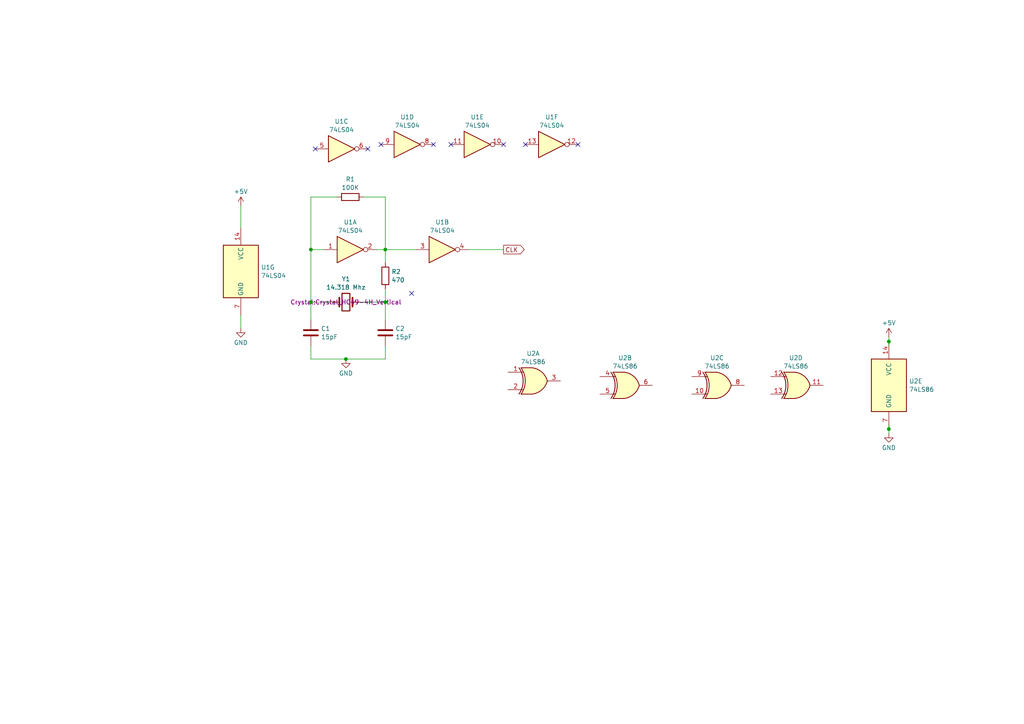
<source format=kicad_sch>
(kicad_sch (version 20230121) (generator eeschema)
  (paper "A4")
  (lib_symbols
    (symbol "74xx:74LS04"
      (property "Reference" "U" (at 0 1.27 0))
      (property "Value" "74LS04" (at 0 -1.27 0))
      (symbol "74LS04_1_0"
        (polyline (pts (xy -3.81 3.81) (xy -3.81 -3.81) (xy 3.81 0) (xy -3.81 3.81)) (stroke (width 0.254)) (fill (type background)))
        (pin input line (at -7.62 0 0) (length 3.81) (name "~") (number "1"))
        (pin output inverted (at 7.62 0 180) (length 3.81) (name "~") (number "2"))
      )
      (symbol "74LS04_2_0"
        (polyline (pts (xy -3.81 3.81) (xy -3.81 -3.81) (xy 3.81 0) (xy -3.81 3.81)) (stroke (width 0.254)) (fill (type background)))
        (pin input line (at -7.62 0 0) (length 3.81) (name "~") (number "3"))
        (pin output inverted (at 7.62 0 180) (length 3.81) (name "~") (number "4"))
      )
      (symbol "74LS04_3_0"
        (polyline (pts (xy -3.81 3.81) (xy -3.81 -3.81) (xy 3.81 0) (xy -3.81 3.81)) (stroke (width 0.254)) (fill (type background)))
        (pin input line (at -7.62 0 0) (length 3.81) (name "~") (number "5"))
        (pin output inverted (at 7.62 0 180) (length 3.81) (name "~") (number "6"))
      )
      (symbol "74LS04_4_0"
        (polyline (pts (xy -3.81 3.81) (xy -3.81 -3.81) (xy 3.81 0) (xy -3.81 3.81)) (stroke (width 0.254)) (fill (type background)))
        (pin output inverted (at 7.62 0 180) (length 3.81) (name "~") (number "8"))
        (pin input line (at -7.62 0 0) (length 3.81) (name "~") (number "9"))
      )
      (symbol "74LS04_5_0"
        (polyline (pts (xy -3.81 3.81) (xy -3.81 -3.81) (xy 3.81 0) (xy -3.81 3.81)) (stroke (width 0.254)) (fill (type background)))
        (pin output inverted (at 7.62 0 180) (length 3.81) (name "~") (number "10"))
        (pin input line (at -7.62 0 0) (length 3.81) (name "~") (number "11"))
      )
      (symbol "74LS04_6_0"
        (polyline (pts (xy -3.81 3.81) (xy -3.81 -3.81) (xy 3.81 0) (xy -3.81 3.81)) (stroke (width 0.254)) (fill (type background)))
        (pin output inverted (at 7.62 0 180) (length 3.81) (name "~") (number "12"))
        (pin input line (at -7.62 0 0) (length 3.81) (name "~") (number "13"))
      )
      (symbol "74LS04_7_0"
        (pin power_in line (at 0 12.7 270) (length 5.08) (name "VCC") (number "14"))
        (pin power_in line (at 0 -12.7 90) (length 5.08) (name "GND") (number "7"))
      )
      (symbol "74LS04_7_1"
        (rectangle (start -5.08 7.62) (end 5.08 -7.62) (stroke (width 0.254)) (fill (type background)))
      )
    )
    (symbol "74xx:74LS86" (pin_names (offset 1.016))
      (property "Reference" "U" (at 0 1.27 0))
      (property "Value" "74LS86" (at 0 -1.27 0))
      (symbol "74LS86_1_0"
        (arc (start -4.4196 -3.81) (mid -3.2033 0) (end -4.4196 3.81) (stroke (width 0.254)))
        (arc (start -3.81 -3.81) (mid -2.589 0) (end -3.81 3.81) (stroke (width 0.254)))
        (arc (start -0.6096 -3.81) (mid 2.1842 -2.5851) (end 3.81 0) (stroke (width 0.254)) (fill (type background)))
        (polyline (pts (xy -3.81 -3.81) (xy -0.635 -3.81)) (stroke (width 0.254)) (fill (type background)))
        (polyline (pts (xy -3.81 3.81) (xy -0.635 3.81)) (stroke (width 0.254)) (fill (type background)))
        (polyline (pts (xy -0.635 3.81) (xy -3.81 3.81) (xy -3.81 3.81) (xy -3.556 3.4036) (xy -3.0226 2.2606) (xy -2.6924 1.0414) (xy -2.6162 -0.254) (xy -2.7686 -1.4986) (xy -3.175 -2.7178) (xy -3.81 -3.81) (xy -3.81 -3.81) (xy -0.635 -3.81)) (stroke (width -25.4)) (fill (type background)))
        (arc (start 3.81 0) (mid 2.1915 2.5936) (end -0.6096 3.81) (stroke (width 0.254)) (fill (type background)))
        (pin input line (at -7.62 2.54 0) (length 4.445) (name "~") (number "1"))
        (pin input line (at -7.62 -2.54 0) (length 4.445) (name "~") (number "2"))
        (pin output line (at 7.62 0 180) (length 3.81) (name "~") (number "3"))
      )
      (symbol "74LS86_1_1"
        (polyline (pts (xy -3.81 -2.54) (xy -3.175 -2.54)) (stroke (width 0.1524)))
        (polyline (pts (xy -3.81 2.54) (xy -3.175 2.54)) (stroke (width 0.1524)))
      )
      (symbol "74LS86_2_0"
        (arc (start -4.4196 -3.81) (mid -3.2033 0) (end -4.4196 3.81) (stroke (width 0.254)))
        (arc (start -3.81 -3.81) (mid -2.589 0) (end -3.81 3.81) (stroke (width 0.254)))
        (arc (start -0.6096 -3.81) (mid 2.1842 -2.5851) (end 3.81 0) (stroke (width 0.254)) (fill (type background)))
        (polyline (pts (xy -3.81 -3.81) (xy -0.635 -3.81)) (stroke (width 0.254)) (fill (type background)))
        (polyline (pts (xy -3.81 3.81) (xy -0.635 3.81)) (stroke (width 0.254)) (fill (type background)))
        (polyline (pts (xy -0.635 3.81) (xy -3.81 3.81) (xy -3.81 3.81) (xy -3.556 3.4036) (xy -3.0226 2.2606) (xy -2.6924 1.0414) (xy -2.6162 -0.254) (xy -2.7686 -1.4986) (xy -3.175 -2.7178) (xy -3.81 -3.81) (xy -3.81 -3.81) (xy -0.635 -3.81)) (stroke (width -25.4)) (fill (type background)))
        (arc (start 3.81 0) (mid 2.1915 2.5936) (end -0.6096 3.81) (stroke (width 0.254)) (fill (type background)))
        (pin input line (at -7.62 2.54 0) (length 4.445) (name "~") (number "4"))
        (pin input line (at -7.62 -2.54 0) (length 4.445) (name "~") (number "5"))
        (pin output line (at 7.62 0 180) (length 3.81) (name "~") (number "6"))
      )
      (symbol "74LS86_2_1"
        (polyline (pts (xy -3.81 -2.54) (xy -3.175 -2.54)) (stroke (width 0.1524)))
        (polyline (pts (xy -3.81 2.54) (xy -3.175 2.54)) (stroke (width 0.1524)))
      )
      (symbol "74LS86_3_0"
        (arc (start -4.4196 -3.81) (mid -3.2033 0) (end -4.4196 3.81) (stroke (width 0.254)))
        (arc (start -3.81 -3.81) (mid -2.589 0) (end -3.81 3.81) (stroke (width 0.254)))
        (arc (start -0.6096 -3.81) (mid 2.1842 -2.5851) (end 3.81 0) (stroke (width 0.254)) (fill (type background)))
        (polyline (pts (xy -3.81 -3.81) (xy -0.635 -3.81)) (stroke (width 0.254)) (fill (type background)))
        (polyline (pts (xy -3.81 3.81) (xy -0.635 3.81)) (stroke (width 0.254)) (fill (type background)))
        (polyline (pts (xy -0.635 3.81) (xy -3.81 3.81) (xy -3.81 3.81) (xy -3.556 3.4036) (xy -3.0226 2.2606) (xy -2.6924 1.0414) (xy -2.6162 -0.254) (xy -2.7686 -1.4986) (xy -3.175 -2.7178) (xy -3.81 -3.81) (xy -3.81 -3.81) (xy -0.635 -3.81)) (stroke (width -25.4)) (fill (type background)))
        (arc (start 3.81 0) (mid 2.1915 2.5936) (end -0.6096 3.81) (stroke (width 0.254)) (fill (type background)))
        (pin input line (at -7.62 -2.54 0) (length 4.445) (name "~") (number "10"))
        (pin output line (at 7.62 0 180) (length 3.81) (name "~") (number "8"))
        (pin input line (at -7.62 2.54 0) (length 4.445) (name "~") (number "9"))
      )
      (symbol "74LS86_3_1"
        (polyline (pts (xy -3.81 -2.54) (xy -3.175 -2.54)) (stroke (width 0.1524)))
        (polyline (pts (xy -3.81 2.54) (xy -3.175 2.54)) (stroke (width 0.1524)))
      )
      (symbol "74LS86_4_0"
        (arc (start -4.4196 -3.81) (mid -3.2033 0) (end -4.4196 3.81) (stroke (width 0.254)))
        (arc (start -3.81 -3.81) (mid -2.589 0) (end -3.81 3.81) (stroke (width 0.254)))
        (arc (start -0.6096 -3.81) (mid 2.1842 -2.5851) (end 3.81 0) (stroke (width 0.254)) (fill (type background)))
        (polyline (pts (xy -3.81 -3.81) (xy -0.635 -3.81)) (stroke (width 0.254)) (fill (type background)))
        (polyline (pts (xy -3.81 3.81) (xy -0.635 3.81)) (stroke (width 0.254)) (fill (type background)))
        (polyline (pts (xy -0.635 3.81) (xy -3.81 3.81) (xy -3.81 3.81) (xy -3.556 3.4036) (xy -3.0226 2.2606) (xy -2.6924 1.0414) (xy -2.6162 -0.254) (xy -2.7686 -1.4986) (xy -3.175 -2.7178) (xy -3.81 -3.81) (xy -3.81 -3.81) (xy -0.635 -3.81)) (stroke (width -25.4)) (fill (type background)))
        (arc (start 3.81 0) (mid 2.1915 2.5936) (end -0.6096 3.81) (stroke (width 0.254)) (fill (type background)))
        (pin output line (at 7.62 0 180) (length 3.81) (name "~") (number "11"))
        (pin input line (at -7.62 2.54 0) (length 4.445) (name "~") (number "12"))
        (pin input line (at -7.62 -2.54 0) (length 4.445) (name "~") (number "13"))
      )
      (symbol "74LS86_4_1"
        (polyline (pts (xy -3.81 -2.54) (xy -3.175 -2.54)) (stroke (width 0.1524)))
        (polyline (pts (xy -3.81 2.54) (xy -3.175 2.54)) (stroke (width 0.1524)))
      )
      (symbol "74LS86_5_0"
        (pin power_in line (at 0 12.7 270) (length 5.08) (name "VCC") (number "14"))
        (pin power_in line (at 0 -12.7 90) (length 5.08) (name "GND") (number "7"))
      )
      (symbol "74LS86_5_1"
        (rectangle (start -5.08 7.62) (end 5.08 -7.62) (stroke (width 0.254)) (fill (type background)))
      )
    )
    (symbol "Device:C" (pin_numbers hide) (pin_names (offset 0.254))
      (property "Reference" "C" (at 0.635 2.54 0))
      (property "Value" "C" (at 0.635 -2.54 0))
      (symbol "C_0_1"
        (polyline (pts (xy -2.032 -0.762) (xy 2.032 -0.762)) (stroke (width 0.508)))
        (polyline (pts (xy -2.032 0.762) (xy 2.032 0.762)) (stroke (width 0.508)))
      )
      (symbol "C_1_1"
        (pin passive line (at 0 3.81 270) (length 2.794) (name "~") (number "1"))
        (pin passive line (at 0 -3.81 90) (length 2.794) (name "~") (number "2"))
      )
    )
    (symbol "Device:Crystal" (pin_numbers hide) (pin_names (offset 1.016) hide)
      (property "Reference" "Y" (at 0 3.81 0))
      (property "Value" "Crystal" (at 0 -3.81 0))
      (symbol "Crystal_0_1"
        (rectangle (start -1.143 2.54) (end 1.143 -2.54) (stroke (width 0.3048)))
        (polyline (pts (xy -2.54 0) (xy -1.905 0)))
        (polyline (pts (xy -1.905 -1.27) (xy -1.905 1.27)) (stroke (width 0.508)))
        (polyline (pts (xy 1.905 -1.27) (xy 1.905 1.27)) (stroke (width 0.508)))
        (polyline (pts (xy 2.54 0) (xy 1.905 0)))
      )
      (symbol "Crystal_1_1"
        (pin passive line (at -3.81 0 0) (length 1.27) (name "1") (number "1"))
        (pin passive line (at 3.81 0 180) (length 1.27) (name "2") (number "2"))
      )
    )
    (symbol "Device:R" (pin_numbers hide) (pin_names (offset 0))
      (property "Reference" "R" (at 2.032 0 90))
      (property "Value" "R" (at 0 0 90))
      (symbol "R_0_1"
        (rectangle (start -1.016 -2.54) (end 1.016 2.54) (stroke (width 0.254)))
      )
      (symbol "R_1_1"
        (pin passive line (at 0 3.81 270) (length 1.27) (name "~") (number "1"))
        (pin passive line (at 0 -3.81 90) (length 1.27) (name "~") (number "2"))
      )
    )
    (symbol "power:+5V" (power) (pin_names (offset 0))
      (property "Value" "+5V" (at 0 3.556 0))
      (symbol "+5V_0_1"
        (polyline (pts (xy -0.762 1.27) (xy 0 2.54)))
        (polyline (pts (xy 0 0) (xy 0 2.54)))
        (polyline (pts (xy 0 2.54) (xy 0.762 1.27)))
      )
      (symbol "+5V_1_1"
        (pin power_in line (at 0 0 90) (length 0) hide (name "+5V") (number "1"))
      )
    )
    (symbol "power:GND" (power) (pin_names (offset 0))
      (property "Value" "GND" (at 0 -3.81 0))
      (symbol "GND_0_1"
        (polyline (pts (xy 0 0) (xy 0 -1.27) (xy 1.27 -1.27) (xy 0 -2.54) (xy -1.27 -1.27) (xy 0 -1.27)))
      )
      (symbol "GND_1_1"
        (pin power_in line (at 0 0 270) (length 0) hide (name "GND") (number "1"))
      )
    )
  )
  (junction (at 100.33 104.14))
  (junction (at 257.81 124.46))
  (junction (at 111.76 87.63))
  (junction (at 90.17 87.63))
  (junction (at 257.81 99.06))
  (junction (at 111.76 72.39))
  (junction (at 90.17 72.39))
  (no_connect (at 167.64 41.91))
  (no_connect (at 152.4 41.91))
  (no_connect (at 119.38 85.09))
  (no_connect (at 125.73 41.91))
  (no_connect (at 130.81 41.91))
  (no_connect (at 91.44 43.18))
  (no_connect (at 146.05 41.91))
  (no_connect (at 106.68 43.18))
  (no_connect (at 110.49 41.91))
  (wire (pts (xy 90.17 72.39) (xy 90.17 57.15)))
  (wire (pts (xy 111.76 57.15) (xy 111.76 72.39)))
  (wire (pts (xy 257.81 97.79) (xy 257.81 99.06)))
  (wire (pts (xy 111.76 72.39) (xy 111.76 76.2)))
  (wire (pts (xy 111.76 87.63) (xy 111.76 92.71)))
  (wire (pts (xy 90.17 72.39) (xy 90.17 87.63)))
  (wire (pts (xy 111.76 72.39) (xy 120.65 72.39)))
  (wire (pts (xy 100.33 104.14) (xy 111.76 104.14)))
  (wire (pts (xy 111.76 72.39) (xy 109.22 72.39)))
  (wire (pts (xy 90.17 72.39) (xy 93.98 72.39)))
  (wire (pts (xy 90.17 104.14) (xy 100.33 104.14)))
  (wire (pts (xy 257.81 123.19) (xy 257.81 124.46)))
  (wire (pts (xy 257.81 124.46) (xy 257.81 125.73)))
  (wire (pts (xy 96.52 87.63) (xy 90.17 87.63)))
  (wire (pts (xy 111.76 83.82) (xy 111.76 87.63)))
  (wire (pts (xy 257.81 99.06) (xy 257.81 100.33)))
  (wire (pts (xy 69.85 59.69) (xy 69.85 66.04)))
  (wire (pts (xy 135.89 72.39) (xy 146.05 72.39)))
  (wire (pts (xy 90.17 87.63) (xy 90.17 92.71)))
  (wire (pts (xy 104.14 87.63) (xy 111.76 87.63)))
  (wire (pts (xy 105.41 57.15) (xy 111.76 57.15)))
  (wire (pts (xy 90.17 57.15) (xy 97.79 57.15)))
  (wire (pts (xy 90.17 100.33) (xy 90.17 104.14)))
  (wire (pts (xy 111.76 104.14) (xy 111.76 100.33)))
  (wire (pts (xy 69.85 91.44) (xy 69.85 95.25)))
  (global_label "CLK" (shape output) (at 146.05 72.39 0) (property "Intersheetrefs" "${INTERSHEET_REFS}" (effects hide)))
  (symbol (lib_id "74xx:74LS86") (at 154.94 110.49 0) (unit 1)
    (property "Reference" "U2" (at 154.6352 102.5357 0))
    (property "Value" "74LS86" (at 154.6352 104.9599 0))
    (property "Footprint" "Package_DIP:DIP-14_W7.62mm_Socket_LongPads" (effects hide))
    (property "Datasheet" "74xx/74ls86.pdf" (effects hide))
  )
  (symbol (lib_id "74xx:74LS04") (at 118.11 41.91 0) (unit 4)
    (property "Reference" "U1" (at 118.11 33.9557 0))
    (property "Value" "74LS04" (at 118.11 36.3799 0))
    (property "Datasheet" "http://www.ti.com/lit/gpn/sn74LS04" (effects hide))
  )
  (symbol (lib_id "power:+5V") (at 257.81 97.79 0) (unit 1)
    (property "Reference" "#PWR04" (effects hide))
    (property "Value" "+5V" (at 257.81 93.6569 0))
  )
  (symbol (lib_id "74xx:74LS04") (at 99.06 43.18 0) (unit 3)
    (property "Reference" "U1" (at 99.06 35.2257 0))
    (property "Value" "74LS04" (at 99.06 37.6499 0))
    (property "Datasheet" "http://www.ti.com/lit/gpn/sn74LS04" (effects hide))
  )
  (symbol (lib_id "74xx:74LS04") (at 101.6 72.39 0) (unit 1)
    (property "Reference" "U1" (at 101.6 64.4357 0))
    (property "Value" "74LS04" (at 101.6 66.8599 0))
    (property "Footprint" "Package_DIP:DIP-14_W7.62mm_Socket_LongPads" (effects hide))
    (property "Datasheet" "http://www.ti.com/lit/gpn/sn74LS04" (effects hide))
  )
  (symbol (lib_id "Device:C") (at 90.17 96.52 0) (unit 1)
    (property "Reference" "C1" (at 93.091 95.3079 0) (effects (justify left)))
    (property "Value" "15pF" (at 93.091 97.7321 0) (effects (justify left)))
    (property "Footprint" "Capacitor_THT:C_Disc_D3.0mm_W2.0mm_P2.50mm" (effects hide))
  )
  (symbol (lib_id "74xx:74LS04") (at 160.02 41.91 0) (unit 6)
    (property "Reference" "U1" (at 160.02 33.9557 0))
    (property "Value" "74LS04" (at 160.02 36.3799 0))
    (property "Datasheet" "http://www.ti.com/lit/gpn/sn74LS04" (effects hide))
  )
  (symbol (lib_id "74xx:74LS04") (at 69.85 78.74 0) (unit 7)
    (property "Reference" "U1" (at 75.692 77.5279 0) (effects (justify left)))
    (property "Value" "74LS04" (at 75.692 79.9521 0) (effects (justify left)))
    (property "Footprint" "Package_DIP:DIP-14_W7.62mm_Socket_LongPads" (effects hide))
    (property "Datasheet" "http://www.ti.com/lit/gpn/sn74LS04" (effects hide))
  )
  (symbol (lib_id "74xx:74LS86") (at 231.14 111.76 0) (unit 4)
    (property "Reference" "U2" (at 230.8352 103.8057 0))
    (property "Value" "74LS86" (at 230.8352 106.2299 0))
    (property "Footprint" "Package_DIP:DIP-14_W7.62mm_Socket_LongPads" (effects hide))
    (property "Datasheet" "74xx/74ls86.pdf" (effects hide))
  )
  (symbol (lib_id "74xx:74LS86") (at 208.28 111.76 0) (unit 3)
    (property "Reference" "U2" (at 207.9752 103.8057 0))
    (property "Value" "74LS86" (at 207.9752 106.2299 0))
    (property "Footprint" "Package_DIP:DIP-14_W7.62mm_Socket_LongPads" (effects hide))
    (property "Datasheet" "74xx/74ls86.pdf" (effects hide))
  )
  (symbol (lib_id "74xx:74LS86") (at 257.81 111.76 0) (unit 5)
    (property "Reference" "U2" (at 263.652 110.5479 0) (effects (justify left)))
    (property "Value" "74LS86" (at 263.652 112.9721 0) (effects (justify left)))
    (property "Footprint" "Package_DIP:DIP-14_W7.62mm_Socket_LongPads" (effects hide))
    (property "Datasheet" "74xx/74ls86.pdf" (effects hide))
  )
  (symbol (lib_id "power:+5V") (at 69.85 59.69 0) (unit 1)
    (property "Reference" "#PWR03" (effects hide))
    (property "Value" "+5V" (at 69.85 55.5569 0))
  )
  (symbol (lib_id "Device:C") (at 111.76 96.52 0) (unit 1)
    (property "Reference" "C2" (at 114.681 95.3079 0) (effects (justify left)))
    (property "Value" "15pF" (at 114.681 97.7321 0) (effects (justify left)))
    (property "Footprint" "Capacitor_THT:C_Disc_D3.0mm_W2.0mm_P2.50mm" (effects hide))
  )
  (symbol (lib_id "power:GND") (at 257.81 125.73 0) (unit 1)
    (property "Reference" "#PWR05" (effects hide))
    (property "Value" "GND" (at 257.81 129.8631 0))
  )
  (symbol (lib_id "Device:R") (at 111.76 80.01 0) (unit 1)
    (property "Reference" "R2" (at 113.538 78.7979 0) (effects (justify left)))
    (property "Value" "470" (at 113.538 81.2221 0) (effects (justify left)))
    (property "Footprint" "Resistor_THT:R_Axial_DIN0204_L3.6mm_D1.6mm_P5.08mm_Horizontal" (effects hide))
  )
  (symbol (lib_id "power:GND") (at 69.85 95.25 0) (unit 1)
    (property "Reference" "#PWR02" (effects hide))
    (property "Value" "GND" (at 69.85 99.3831 0))
  )
  (symbol (lib_id "Device:Crystal") (at 100.33 87.63 0) (unit 1)
    (property "Reference" "Y1" (at 100.33 80.9203 0))
    (property "Value" "14.318 Mhz" (at 100.33 83.3445 0))
    (property "Footprint" "Crystal:Crystal_HC49-4H_Vertical" (at 100.33 87.63 0))
  )
  (symbol (lib_id "Device:R") (at 101.6 57.15 90) (unit 1)
    (property "Reference" "R1" (at 101.6 51.9897 90))
    (property "Value" "100K" (at 101.6 54.4139 90))
    (property "Footprint" "Resistor_THT:R_Axial_DIN0204_L3.6mm_D1.6mm_P5.08mm_Horizontal" (effects hide))
  )
  (symbol (lib_id "74xx:74LS86") (at 181.61 111.76 0) (unit 2)
    (property "Reference" "U2" (at 181.3052 103.8057 0))
    (property "Value" "74LS86" (at 181.3052 106.2299 0))
    (property "Footprint" "Package_DIP:DIP-14_W7.62mm_Socket_LongPads" (effects hide))
    (property "Datasheet" "74xx/74ls86.pdf" (effects hide))
  )
  (symbol (lib_id "74xx:74LS04") (at 128.27 72.39 0) (unit 2)
    (property "Reference" "U1" (at 128.27 64.4357 0))
    (property "Value" "74LS04" (at 128.27 66.8599 0))
    (property "Footprint" "Package_DIP:DIP-14_W7.62mm_Socket_LongPads" (effects hide))
    (property "Datasheet" "http://www.ti.com/lit/gpn/sn74LS04" (effects hide))
  )
  (symbol (lib_id "74xx:74LS04") (at 138.43 41.91 0) (unit 5)
    (property "Reference" "U1" (at 138.43 33.9557 0))
    (property "Value" "74LS04" (at 138.43 36.3799 0))
    (property "Datasheet" "http://www.ti.com/lit/gpn/sn74LS04" (effects hide))
  )
  (symbol (lib_id "power:GND") (at 100.33 104.14 0) (unit 1)
    (property "Reference" "#PWR01" (effects hide))
    (property "Value" "GND" (at 100.33 108.2731 0))
  )
)
</source>
